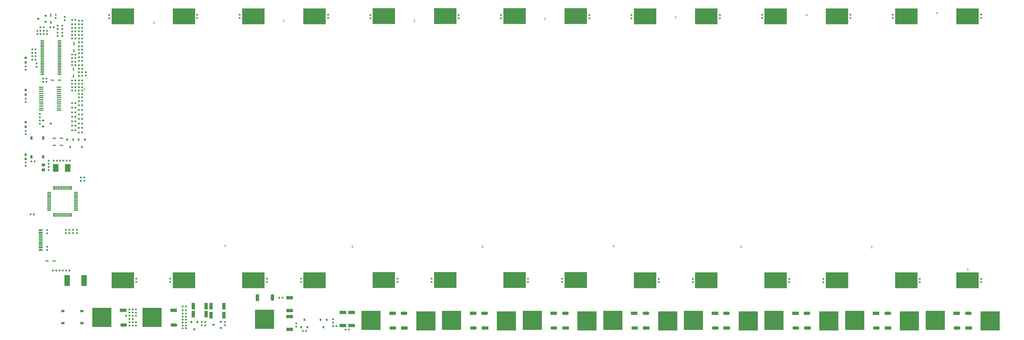
<source format=gtp>
G04*
G04 #@! TF.GenerationSoftware,Altium Limited,Altium Designer,18.1.7 (191)*
G04*
G04 Layer_Color=8421504*
%FSLAX44Y44*%
%MOMM*%
G71*
G01*
G75*
%ADD21R,1.0000X0.4500*%
%ADD22R,0.8000X0.8000*%
%ADD23R,0.6000X0.6000*%
%ADD24R,6.0000X6.0000*%
G04:AMPARAMS|DCode=25|XSize=2mm|YSize=1mm|CornerRadius=0mm|HoleSize=0mm|Usage=FLASHONLY|Rotation=180.000|XOffset=0mm|YOffset=0mm|HoleType=Round|Shape=Octagon|*
%AMOCTAGOND25*
4,1,8,-1.0000,0.2500,-1.0000,-0.2500,-0.7500,-0.5000,0.7500,-0.5000,1.0000,-0.2500,1.0000,0.2500,0.7500,0.5000,-0.7500,0.5000,-1.0000,0.2500,0.0*
%
%ADD25OCTAGOND25*%

%ADD26R,2.0000X1.0000*%
%ADD27R,7.0000X5.0000*%
%ADD28R,6.0000X6.0000*%
G04:AMPARAMS|DCode=29|XSize=2mm|YSize=1mm|CornerRadius=0mm|HoleSize=0mm|Usage=FLASHONLY|Rotation=90.000|XOffset=0mm|YOffset=0mm|HoleType=Round|Shape=Octagon|*
%AMOCTAGOND29*
4,1,8,0.2500,1.0000,-0.2500,1.0000,-0.5000,0.7500,-0.5000,-0.7500,-0.2500,-1.0000,0.2500,-1.0000,0.5000,-0.7500,0.5000,0.7500,0.2500,1.0000,0.0*
%
%ADD29OCTAGOND29*%

%ADD30R,1.0000X2.0000*%
%ADD31R,0.6000X0.6000*%
%ADD32R,2.0000X1.1000*%
%ADD33R,0.5500X0.8000*%
%ADD34R,1.4500X0.3000*%
%ADD35R,1.1000X0.7000*%
%ADD36R,0.7000X1.1000*%
%ADD37R,0.9800X0.9300*%
%ADD38R,1.1500X0.6000*%
%ADD39R,1.1500X0.3000*%
%ADD40R,0.6000X0.2000*%
%ADD41R,1.8000X3.4000*%
%ADD42O,1.3500X0.3500*%
%ADD43R,1.2000X0.3000*%
%ADD44R,0.3000X1.2000*%
%ADD45R,0.8000X0.5500*%
%ADD46R,0.4500X1.0000*%
%ADD47R,1.7000X2.4000*%
%ADD48R,1.1000X2.0000*%
D21*
X342000Y396000D02*
D03*
X320000D02*
D03*
X359000Y958000D02*
D03*
X337000D02*
D03*
X365000Y755000D02*
D03*
X343000D02*
D03*
X365000Y777000D02*
D03*
X343000D02*
D03*
D22*
X254000Y727000D02*
D03*
Y713000D02*
D03*
Y813000D02*
D03*
Y827000D02*
D03*
Y913000D02*
D03*
Y927000D02*
D03*
Y1013000D02*
D03*
Y1027000D02*
D03*
D23*
Y691920D02*
D03*
Y702080D02*
D03*
X1093000Y191920D02*
D03*
Y202080D02*
D03*
X320000Y1100920D02*
D03*
Y1111080D02*
D03*
X596000Y206080D02*
D03*
Y195920D02*
D03*
X576000Y206080D02*
D03*
Y195920D02*
D03*
X586000D02*
D03*
Y206080D02*
D03*
X596000Y246080D02*
D03*
Y235920D02*
D03*
X254000Y789920D02*
D03*
Y800080D02*
D03*
Y889920D02*
D03*
Y900080D02*
D03*
X800000Y196920D02*
D03*
Y207080D02*
D03*
X254000Y989920D02*
D03*
Y1000080D02*
D03*
X367000Y1105203D02*
D03*
Y1095043D02*
D03*
Y1127203D02*
D03*
Y1117043D02*
D03*
X310000Y1111203D02*
D03*
Y1101043D02*
D03*
X298000Y832080D02*
D03*
Y821920D02*
D03*
X425000Y645110D02*
D03*
Y655270D02*
D03*
X347000Y1150920D02*
D03*
Y1161080D02*
D03*
X353000Y1095043D02*
D03*
Y1105203D02*
D03*
X353000Y1117110D02*
D03*
Y1127270D02*
D03*
X300000Y1111203D02*
D03*
Y1101043D02*
D03*
X440000Y972110D02*
D03*
Y982270D02*
D03*
X436000Y644920D02*
D03*
Y655080D02*
D03*
X401000Y482920D02*
D03*
Y493080D02*
D03*
X413000Y482920D02*
D03*
Y493080D02*
D03*
X290000Y1100920D02*
D03*
Y1111080D02*
D03*
X1207000Y215080D02*
D03*
Y204920D02*
D03*
X288000Y1009080D02*
D03*
Y998920D02*
D03*
X378000Y482920D02*
D03*
Y493080D02*
D03*
X389000Y482920D02*
D03*
Y493080D02*
D03*
X375000Y1154203D02*
D03*
Y1144043D02*
D03*
X298000Y853080D02*
D03*
Y842920D02*
D03*
X325000Y677920D02*
D03*
Y688080D02*
D03*
Y708080D02*
D03*
Y697920D02*
D03*
X872000Y207080D02*
D03*
Y196920D02*
D03*
X321000Y440080D02*
D03*
Y429920D02*
D03*
Y481920D02*
D03*
Y492080D02*
D03*
X3217000Y1162080D02*
D03*
Y1151920D02*
D03*
Y340080D02*
D03*
Y329920D02*
D03*
X1597000Y1160080D02*
D03*
Y1149920D02*
D03*
X2133000Y1160080D02*
D03*
Y1149920D02*
D03*
X1513000Y341080D02*
D03*
Y330920D02*
D03*
X2217000Y340080D02*
D03*
Y329920D02*
D03*
X513000Y1160080D02*
D03*
Y1149920D02*
D03*
X1192000Y1161080D02*
D03*
Y1150920D02*
D03*
X1108000Y341080D02*
D03*
Y330920D02*
D03*
X597000Y341080D02*
D03*
Y330920D02*
D03*
X2943000Y1161080D02*
D03*
Y1150920D02*
D03*
X3027000Y340080D02*
D03*
Y329920D02*
D03*
X2812000Y1161080D02*
D03*
Y1150920D02*
D03*
X2538000Y1161080D02*
D03*
Y1150920D02*
D03*
X2728000Y340080D02*
D03*
Y329920D02*
D03*
X2622000Y340080D02*
D03*
Y329920D02*
D03*
X2407000Y1160080D02*
D03*
Y1149920D02*
D03*
X2323000Y340080D02*
D03*
Y329920D02*
D03*
X2002000Y1160080D02*
D03*
Y1149920D02*
D03*
X1918000Y341080D02*
D03*
Y330920D02*
D03*
X1728000Y1160080D02*
D03*
Y1149920D02*
D03*
X1812000Y341080D02*
D03*
Y330920D02*
D03*
X1323000Y1160080D02*
D03*
Y1149920D02*
D03*
X1407000Y341080D02*
D03*
Y330920D02*
D03*
X918000Y1161080D02*
D03*
Y1150920D02*
D03*
X1002000Y341080D02*
D03*
Y330920D02*
D03*
X786000Y1161080D02*
D03*
Y1150920D02*
D03*
X703000Y341080D02*
D03*
Y330920D02*
D03*
X811000Y207080D02*
D03*
Y196920D02*
D03*
D24*
X1495000Y210000D02*
D03*
X1325000Y212000D02*
D03*
X1745000Y210000D02*
D03*
X1575000Y212000D02*
D03*
X1995000Y210000D02*
D03*
X1825000Y212000D02*
D03*
X2245000Y210000D02*
D03*
X2075000Y212000D02*
D03*
X2495000Y210000D02*
D03*
X2325000Y212000D02*
D03*
X2745000Y210000D02*
D03*
X2575000Y212000D02*
D03*
X2995000Y210000D02*
D03*
X2825000Y212000D02*
D03*
X3245000Y210000D02*
D03*
X3075000Y212000D02*
D03*
X490000Y221000D02*
D03*
X646000Y221000D02*
D03*
D25*
X1427500Y234000D02*
D03*
X1392500Y188000D02*
D03*
X1677500Y234000D02*
D03*
X1642500Y188000D02*
D03*
X1927500Y234000D02*
D03*
X1892500Y188000D02*
D03*
X2177500Y234000D02*
D03*
X2142500Y188000D02*
D03*
X2427500Y234000D02*
D03*
X2392500Y188000D02*
D03*
X2677500Y234000D02*
D03*
X2642500Y188000D02*
D03*
X2927500Y234000D02*
D03*
X2892500Y188000D02*
D03*
X3177500Y234000D02*
D03*
X3142500Y188000D02*
D03*
X557500Y197000D02*
D03*
X713500Y197000D02*
D03*
D26*
X1428500Y188000D02*
D03*
X1391500Y234000D02*
D03*
X1678500Y188000D02*
D03*
X1641500Y234000D02*
D03*
X1928500Y188000D02*
D03*
X1891500Y234000D02*
D03*
X2178500Y188000D02*
D03*
X2141500Y234000D02*
D03*
X2428500Y188000D02*
D03*
X2391500Y234000D02*
D03*
X2678500Y188000D02*
D03*
X2641500Y234000D02*
D03*
X2928500Y188000D02*
D03*
X2891500Y234000D02*
D03*
X3178500Y188000D02*
D03*
X3141500Y234000D02*
D03*
X556500Y243000D02*
D03*
X712500Y243000D02*
D03*
D27*
X1770000Y337000D02*
D03*
X1770000Y1157000D02*
D03*
X1960000D02*
D03*
Y337000D02*
D03*
X555000Y336000D02*
D03*
X555000Y1156000D02*
D03*
X745000D02*
D03*
Y336000D02*
D03*
X1365000Y337000D02*
D03*
X1365000Y1157000D02*
D03*
X1555000D02*
D03*
Y337000D02*
D03*
X960000Y336000D02*
D03*
X960000Y1156000D02*
D03*
X1150000D02*
D03*
Y336000D02*
D03*
X2985000Y336000D02*
D03*
X2985000Y1156000D02*
D03*
X3175000D02*
D03*
Y336000D02*
D03*
X2580000D02*
D03*
X2580000Y1156000D02*
D03*
X2770000D02*
D03*
Y336000D02*
D03*
X2175000D02*
D03*
X2175000Y1156000D02*
D03*
X2365000D02*
D03*
Y336000D02*
D03*
D28*
X995000Y215500D02*
D03*
D29*
X1019000Y283000D02*
D03*
D30*
X973000Y282000D02*
D03*
D31*
X1040920D02*
D03*
X1051080D02*
D03*
X1123080Y179000D02*
D03*
X1112920D02*
D03*
X408080Y1026123D02*
D03*
X397920D02*
D03*
X576080Y226000D02*
D03*
X565920D02*
D03*
X586080Y246000D02*
D03*
X575920D02*
D03*
X586080Y216000D02*
D03*
X575920D02*
D03*
X586080Y236000D02*
D03*
X575920D02*
D03*
X596080Y226000D02*
D03*
X585920D02*
D03*
X751080Y187000D02*
D03*
X740920D02*
D03*
X751080Y196000D02*
D03*
X740920D02*
D03*
X740920Y255000D02*
D03*
X751080D02*
D03*
X740920Y214000D02*
D03*
X751080D02*
D03*
X740920Y205000D02*
D03*
X751080D02*
D03*
X740920Y243000D02*
D03*
X751080D02*
D03*
Y233000D02*
D03*
X740920D02*
D03*
X740920Y224000D02*
D03*
X751080D02*
D03*
X1256080Y183000D02*
D03*
X1245920D02*
D03*
X418920Y1142190D02*
D03*
X429080D02*
D03*
X429080Y1120123D02*
D03*
X418920D02*
D03*
X429080Y1098123D02*
D03*
X418920D02*
D03*
X397920Y1120123D02*
D03*
X408080D02*
D03*
X397920Y1098123D02*
D03*
X408080D02*
D03*
X418920Y1018123D02*
D03*
X429080D02*
D03*
X397920Y1037123D02*
D03*
X408080D02*
D03*
X369080Y367000D02*
D03*
X358920D02*
D03*
X429080Y957123D02*
D03*
X418920D02*
D03*
X429080Y936124D02*
D03*
X418920D02*
D03*
X429160Y914123D02*
D03*
X419000D02*
D03*
X397920Y957123D02*
D03*
X408080D02*
D03*
X397920Y936123D02*
D03*
X408080D02*
D03*
X418920Y837190D02*
D03*
X429080D02*
D03*
X418920Y795190D02*
D03*
X429080D02*
D03*
X397920Y816190D02*
D03*
X408080D02*
D03*
X1206920Y194000D02*
D03*
X1217080D02*
D03*
X273920Y1053000D02*
D03*
X284080D02*
D03*
X349080Y367000D02*
D03*
X338920D02*
D03*
X307920Y953000D02*
D03*
X318080D02*
D03*
X371080Y708000D02*
D03*
X360920D02*
D03*
X391080Y708000D02*
D03*
X380920D02*
D03*
X340920D02*
D03*
X351080D02*
D03*
X271920Y705000D02*
D03*
X282080D02*
D03*
X429000Y1131123D02*
D03*
X418840D02*
D03*
X397920D02*
D03*
X408080D02*
D03*
X429080Y1109123D02*
D03*
X418920D02*
D03*
X397920D02*
D03*
X408080D02*
D03*
X429080Y1087123D02*
D03*
X418920D02*
D03*
X397920D02*
D03*
X408080D02*
D03*
X418920Y1075123D02*
D03*
X429080D02*
D03*
X418920Y1063123D02*
D03*
X429080D02*
D03*
X273920Y1042000D02*
D03*
X284080D02*
D03*
X418920Y1052123D02*
D03*
X429080D02*
D03*
X418920Y1041123D02*
D03*
X429080D02*
D03*
X273920Y1032000D02*
D03*
X284080D02*
D03*
X389080Y367000D02*
D03*
X378920D02*
D03*
X418920Y1029123D02*
D03*
X429080D02*
D03*
X284080Y1021000D02*
D03*
X273920D02*
D03*
X429080Y1004123D02*
D03*
X418920D02*
D03*
X397920Y1015123D02*
D03*
X408080D02*
D03*
X397920Y1004123D02*
D03*
X408080D02*
D03*
X429080Y993123D02*
D03*
X418920D02*
D03*
Y982123D02*
D03*
X429080D02*
D03*
X418920Y971123D02*
D03*
X429080D02*
D03*
X429080Y947123D02*
D03*
X418920D02*
D03*
X397920Y947123D02*
D03*
X408080D02*
D03*
X429080Y925123D02*
D03*
X418920D02*
D03*
X397920Y925123D02*
D03*
X408080D02*
D03*
X418920Y904123D02*
D03*
X429080D02*
D03*
X418920Y892190D02*
D03*
X429080D02*
D03*
X418920Y880190D02*
D03*
X429080D02*
D03*
X397920Y886190D02*
D03*
X408080D02*
D03*
X418920Y865190D02*
D03*
X429080D02*
D03*
X397920Y872190D02*
D03*
X408080D02*
D03*
X397920Y858190D02*
D03*
X408080D02*
D03*
X418920Y851190D02*
D03*
X429080D02*
D03*
X397920Y844190D02*
D03*
X408080D02*
D03*
X418920Y823190D02*
D03*
X429080D02*
D03*
X397920Y830190D02*
D03*
X408080D02*
D03*
X419000Y809190D02*
D03*
X429160D02*
D03*
X397920Y802190D02*
D03*
X408080D02*
D03*
X279080Y541000D02*
D03*
X268920D02*
D03*
X408270Y1145000D02*
D03*
X398110D02*
D03*
X340080Y1122000D02*
D03*
X329920D02*
D03*
X299920Y1122000D02*
D03*
X310080D02*
D03*
X307920Y963000D02*
D03*
X318080D02*
D03*
D32*
X1073000Y242000D02*
D03*
Y282000D02*
D03*
X1073000Y184000D02*
D03*
Y224000D02*
D03*
X1265000Y236000D02*
D03*
Y196000D02*
D03*
X1238000D02*
D03*
Y236000D02*
D03*
D33*
X1118000Y213500D02*
D03*
X1127500Y190500D02*
D03*
X1108500D02*
D03*
X777000Y183500D02*
D03*
X767500Y206500D02*
D03*
X786500D02*
D03*
X1187500Y213500D02*
D03*
X1168500D02*
D03*
X1178000Y190500D02*
D03*
X401500Y773500D02*
D03*
X382500D02*
D03*
X392000Y750500D02*
D03*
X437500Y773500D02*
D03*
X418500D02*
D03*
X428000Y750500D02*
D03*
D34*
X302500Y890373D02*
D03*
Y896873D02*
D03*
Y903373D02*
D03*
Y909873D02*
D03*
Y916373D02*
D03*
Y922873D02*
D03*
Y935873D02*
D03*
Y929373D02*
D03*
X357000Y929323D02*
D03*
Y935823D02*
D03*
Y922823D02*
D03*
Y916323D02*
D03*
Y909823D02*
D03*
Y903323D02*
D03*
Y896823D02*
D03*
Y890323D02*
D03*
Y883823D02*
D03*
Y877323D02*
D03*
Y870823D02*
D03*
Y864323D02*
D03*
X302500Y864373D02*
D03*
Y870873D02*
D03*
Y877373D02*
D03*
Y883873D02*
D03*
D35*
X369500Y203500D02*
D03*
X428500D02*
D03*
Y240500D02*
D03*
X369500D02*
D03*
D36*
X271500Y778500D02*
D03*
Y719500D02*
D03*
X308500D02*
D03*
Y778500D02*
D03*
D37*
X309000Y694700D02*
D03*
Y679300D02*
D03*
D38*
X300160Y492000D02*
D03*
Y484500D02*
D03*
X300190Y437500D02*
D03*
X300160Y430000D02*
D03*
D39*
Y478500D02*
D03*
Y473500D02*
D03*
Y468500D02*
D03*
Y463500D02*
D03*
X300190Y458500D02*
D03*
X300160Y453500D02*
D03*
Y448500D02*
D03*
Y443500D02*
D03*
D40*
X873000Y441000D02*
D03*
Y445000D02*
D03*
X1267000Y439000D02*
D03*
Y443000D02*
D03*
X586000Y356000D02*
D03*
Y360000D02*
D03*
X2077000Y440000D02*
D03*
Y444000D02*
D03*
X2676000Y1162000D02*
D03*
Y1158000D02*
D03*
X3080000Y1168000D02*
D03*
Y1164000D02*
D03*
X652000Y1134000D02*
D03*
Y1138000D02*
D03*
X1054000Y1140000D02*
D03*
Y1144000D02*
D03*
X1460000Y1140000D02*
D03*
Y1144000D02*
D03*
X1671000Y439000D02*
D03*
Y443000D02*
D03*
X1864000Y1150000D02*
D03*
Y1146000D02*
D03*
X2270000Y1156000D02*
D03*
Y1152000D02*
D03*
X2473000Y439000D02*
D03*
Y443000D02*
D03*
X2878000Y437000D02*
D03*
Y441000D02*
D03*
X3176000Y368000D02*
D03*
Y372000D02*
D03*
X436000Y928000D02*
D03*
Y932000D02*
D03*
D41*
X435000Y335000D02*
D03*
X383000D02*
D03*
D42*
X358750Y975623D02*
D03*
Y980623D02*
D03*
Y985623D02*
D03*
Y990623D02*
D03*
Y995623D02*
D03*
Y1000623D02*
D03*
Y1005623D02*
D03*
Y1010623D02*
D03*
Y1015623D02*
D03*
Y1020623D02*
D03*
Y1025623D02*
D03*
Y1030623D02*
D03*
Y1035623D02*
D03*
Y1040623D02*
D03*
Y1045623D02*
D03*
Y1050623D02*
D03*
Y1055623D02*
D03*
Y1060623D02*
D03*
Y1065623D02*
D03*
Y1070623D02*
D03*
Y1075623D02*
D03*
Y1080623D02*
D03*
X305250Y975623D02*
D03*
Y980623D02*
D03*
Y985623D02*
D03*
Y990623D02*
D03*
Y995623D02*
D03*
Y1000623D02*
D03*
Y1005623D02*
D03*
Y1010623D02*
D03*
Y1015623D02*
D03*
Y1020623D02*
D03*
Y1025623D02*
D03*
Y1030623D02*
D03*
Y1035623D02*
D03*
Y1040623D02*
D03*
Y1045623D02*
D03*
Y1050623D02*
D03*
Y1055623D02*
D03*
Y1060623D02*
D03*
Y1065623D02*
D03*
Y1070623D02*
D03*
Y1075623D02*
D03*
Y1080623D02*
D03*
D43*
X410000Y554123D02*
D03*
Y559123D02*
D03*
Y564123D02*
D03*
Y569123D02*
D03*
Y574123D02*
D03*
Y579123D02*
D03*
Y584123D02*
D03*
Y589123D02*
D03*
Y594123D02*
D03*
Y599123D02*
D03*
Y604123D02*
D03*
Y609123D02*
D03*
X326500Y554123D02*
D03*
Y559123D02*
D03*
Y564123D02*
D03*
Y569123D02*
D03*
Y574123D02*
D03*
Y579123D02*
D03*
Y584123D02*
D03*
Y589123D02*
D03*
Y594123D02*
D03*
Y599123D02*
D03*
Y604123D02*
D03*
Y609123D02*
D03*
D44*
X340750Y539873D02*
D03*
X345750D02*
D03*
X350750D02*
D03*
X355750D02*
D03*
X360750D02*
D03*
X365750D02*
D03*
X370750D02*
D03*
X375750D02*
D03*
X380750D02*
D03*
X385750D02*
D03*
X390750D02*
D03*
X395750D02*
D03*
X340750Y623373D02*
D03*
X345750D02*
D03*
X350750D02*
D03*
X355750Y623373D02*
D03*
X360750Y623373D02*
D03*
X365750D02*
D03*
X370750D02*
D03*
X375750D02*
D03*
X380750D02*
D03*
X385750Y623373D02*
D03*
X390750Y623373D02*
D03*
X395750Y623373D02*
D03*
D45*
X315500Y1138690D02*
D03*
Y1157690D02*
D03*
X292500Y1148191D02*
D03*
X308500Y832500D02*
D03*
Y813500D02*
D03*
X331500Y823000D02*
D03*
X859500Y188500D02*
D03*
Y207500D02*
D03*
X836500Y198000D02*
D03*
D46*
X332000Y1159190D02*
D03*
Y1137190D02*
D03*
X404000Y1071123D02*
D03*
Y1049123D02*
D03*
X402000Y992123D02*
D03*
Y970123D02*
D03*
D47*
X384500Y685123D02*
D03*
X347500D02*
D03*
D48*
X829000Y256000D02*
D03*
X869000D02*
D03*
X774000D02*
D03*
X814000D02*
D03*
X869000Y228000D02*
D03*
X829000D02*
D03*
X814000Y231000D02*
D03*
X774000D02*
D03*
M02*

</source>
